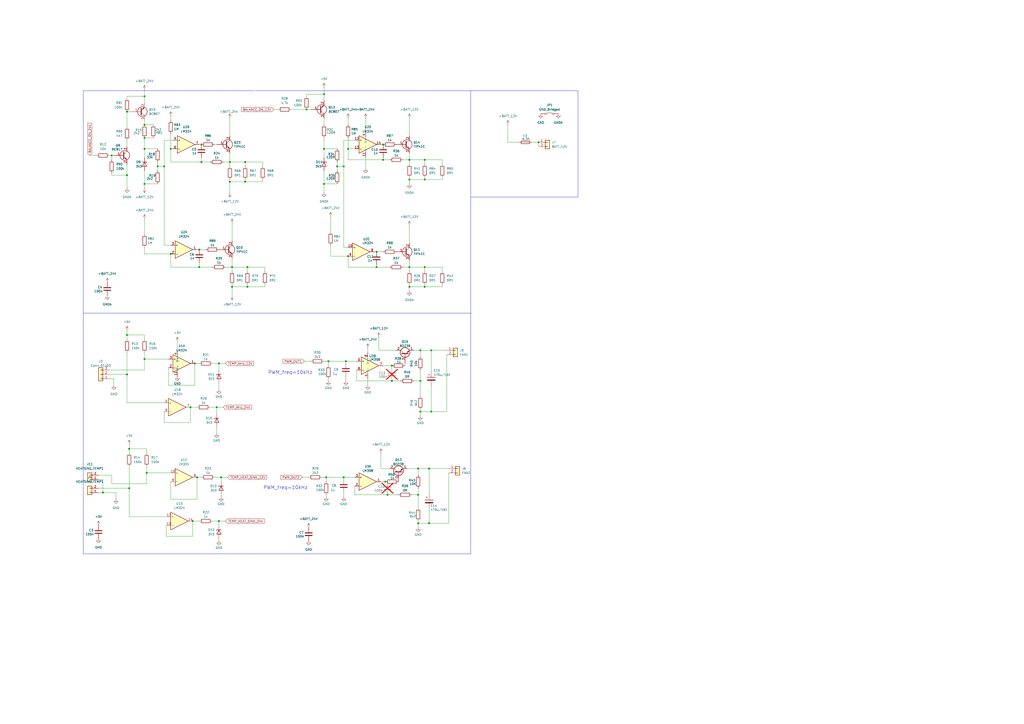
<source format=kicad_sch>
(kicad_sch (version 20231120) (generator "eeschema") (generator_version "8.0")
  (paper "A2")
  (junction (at 133.35 93.98))
  (junction (at 73.66 101.6))
  (junction (at 222.25 83.82))
  (junction (at 200.66 209.55))
  (junction (at 127 210.82))
  (junction (at 142.24 105.41))
  (junction (at 115.57 154.94))
  (junction (at 187.96 54.61))
  (junction (at 127 302.26))
  (junction (at 246.38 104.14))
  (junction (at 83.82 72.39))
  (junction (at 73.66 194.31))
  (junction (at 187.96 106.68))
  (junction (at 114.3 276.86))
  (junction (at 83.82 55.88))
  (junction (at 177.8 63.5))
  (junction (at 243.84 238.76))
  (junction (at 199.39 276.86))
  (junction (at 134.62 154.94))
  (junction (at 243.84 203.2))
  (junction (at 201.93 148.59))
  (junction (at 248.92 271.78))
  (junction (at 99.06 147.32))
  (junction (at 134.62 166.37))
  (junction (at 250.19 203.2))
  (junction (at 195.58 96.52))
  (junction (at 242.57 271.78))
  (junction (at 116.84 83.82))
  (junction (at 227.33 212.09))
  (junction (at 95.25 96.52))
  (junction (at 242.57 287.02))
  (junction (at 128.27 276.86))
  (junction (at 237.49 154.94))
  (junction (at 248.92 303.53))
  (junction (at 243.84 220.98))
  (junction (at 199.39 96.52))
  (junction (at 73.66 64.77))
  (junction (at 246.38 166.37))
  (junction (at 312.42 82.55))
  (junction (at 237.49 166.37))
  (junction (at 113.03 210.82))
  (junction (at 99.06 86.36))
  (junction (at 64.77 90.17))
  (junction (at 242.57 303.53))
  (junction (at 190.5 209.55))
  (junction (at 74.93 283.21))
  (junction (at 110.49 236.22))
  (junction (at 116.84 93.98))
  (junction (at 115.57 144.78))
  (junction (at 218.44 146.05))
  (junction (at 250.19 238.76))
  (junction (at 246.38 92.71))
  (junction (at 85.09 274.32))
  (junction (at 201.93 86.36))
  (junction (at 133.35 105.41))
  (junction (at 187.96 86.36))
  (junction (at 111.76 302.26))
  (junction (at 83.82 106.68))
  (junction (at 91.44 96.52))
  (junction (at 223.52 279.4))
  (junction (at 74.93 260.35))
  (junction (at 83.82 80.01))
  (junction (at 189.23 276.86))
  (junction (at 246.38 154.94))
  (junction (at 59.69 285.75))
  (junction (at 142.24 93.98))
  (junction (at 237.49 104.14))
  (junction (at 227.33 220.98))
  (junction (at 73.66 217.17))
  (junction (at 83.82 208.28))
  (junction (at 143.51 166.37))
  (junction (at 222.25 92.71))
  (junction (at 218.44 154.94))
  (junction (at 83.82 86.36))
  (junction (at 224.79 287.02))
  (junction (at 125.73 236.22))
  (junction (at 143.51 154.94))
  (junction (at 237.49 92.71))
  (wire (pts (xy 187.96 106.68) (xy 195.58 106.68)))
  (wire (pts (xy 85.09 262.89) (xy 85.09 260.35)))
  (wire (pts (xy 240.03 203.2) (xy 243.84 203.2)))
  (wire (pts (xy 243.84 238.76) (xy 243.84 237.49)))
  (wire (pts (xy 96.52 304.8) (xy 96.52 311.15)))
  (wire (pts (xy 260.35 274.32) (xy 260.35 303.53)))
  (wire (pts (xy 83.82 80.01) (xy 83.82 86.36)))
  (wire (pts (xy 73.66 233.68) (xy 95.25 233.68)))
  (wire (pts (xy 64.77 101.6) (xy 73.66 101.6)))
  (wire (pts (xy 59.69 278.13) (xy 59.69 285.75)))
  (wire (pts (xy 99.06 86.36) (xy 99.06 77.47)))
  (wire (pts (xy 308.61 82.55) (xy 312.42 82.55)))
  (wire (pts (xy 187.96 80.01) (xy 187.96 86.36)))
  (wire (pts (xy 237.49 130.81) (xy 237.49 140.97)))
  (wire (pts (xy 177.8 63.5) (xy 180.34 63.5)))
  (wire (pts (xy 220.98 271.78) (xy 226.06 271.78)))
  (wire (pts (xy 116.84 91.44) (xy 116.84 93.98)))
  (wire (pts (xy 142.24 93.98) (xy 152.4 93.98)))
  (wire (pts (xy 115.57 154.94) (xy 123.19 154.94)))
  (wire (pts (xy 246.38 95.25) (xy 246.38 92.71)))
  (wire (pts (xy 152.4 105.41) (xy 142.24 105.41)))
  (wire (pts (xy 133.35 93.98) (xy 133.35 96.52)))
  (wire (pts (xy 83.82 196.85) (xy 83.82 194.31)))
  (wire (pts (xy 127 226.06) (xy 127 222.25)))
  (wire (pts (xy 237.49 166.37) (xy 237.49 168.91)))
  (wire (pts (xy 223.52 279.4) (xy 224.79 279.4)))
  (wire (pts (xy 91.44 96.52) (xy 95.25 96.52)))
  (wire (pts (xy 99.06 93.98) (xy 116.84 93.98)))
  (wire (pts (xy 218.44 154.94) (xy 226.06 154.94)))
  (wire (pts (xy 220.98 262.89) (xy 220.98 271.78)))
  (wire (pts (xy 201.93 154.94) (xy 218.44 154.94)))
  (wire (pts (xy 57.15 283.21) (xy 74.93 283.21)))
  (wire (pts (xy 161.29 63.5) (xy 158.75 63.5)))
  (wire (pts (xy 57.15 278.13) (xy 59.69 278.13)))
  (wire (pts (xy 110.49 236.22) (xy 114.3 236.22)))
  (wire (pts (xy 143.51 166.37) (xy 143.51 165.1)))
  (wire (pts (xy 134.62 149.86) (xy 134.62 154.94)))
  (wire (pts (xy 187.96 86.36) (xy 195.58 86.36)))
  (wire (pts (xy 238.76 287.02) (xy 242.57 287.02)))
  (wire (pts (xy 250.19 203.2) (xy 259.08 203.2)))
  (wire (pts (xy 74.93 257.81) (xy 74.93 260.35)))
  (wire (pts (xy 73.66 191.77) (xy 73.66 194.31)))
  (wire (pts (xy 83.82 106.68) (xy 83.82 109.22)))
  (wire (pts (xy 83.82 86.36) (xy 83.82 91.44)))
  (wire (pts (xy 99.06 279.4) (xy 99.06 289.56)))
  (wire (pts (xy 66.04 219.71) (xy 66.04 223.52)))
  (wire (pts (xy 128.27 288.29) (xy 128.27 287.02)))
  (polyline (pts (xy 48.26 52.705) (xy 48.26 181.61)))
  (wire (pts (xy 96.52 311.15) (xy 111.76 311.15)))
  (polyline (pts (xy 48.26 321.31) (xy 48.26 181.61)))
  (wire (pts (xy 243.84 220.98) (xy 243.84 229.87)))
  (polyline (pts (xy 147.32 321.31) (xy 48.26 321.31)))
  (wire (pts (xy 59.69 285.75) (xy 67.31 285.75)))
  (wire (pts (xy 187.96 99.06) (xy 187.96 106.68)))
  (wire (pts (xy 234.95 212.09) (xy 234.95 210.82)))
  (wire (pts (xy 91.44 96.52) (xy 91.44 99.06)))
  (wire (pts (xy 130.81 302.26) (xy 127 302.26)))
  (wire (pts (xy 199.39 143.51) (xy 201.93 143.51)))
  (wire (pts (xy 130.81 154.94) (xy 134.62 154.94)))
  (wire (pts (xy 242.57 306.07) (xy 242.57 303.53)))
  (wire (pts (xy 99.06 147.32) (xy 99.06 154.94)))
  (wire (pts (xy 240.03 220.98) (xy 243.84 220.98)))
  (wire (pts (xy 99.06 274.32) (xy 85.09 274.32)))
  (wire (pts (xy 111.76 302.26) (xy 115.57 302.26)))
  (wire (pts (xy 153.67 165.1) (xy 153.67 166.37)))
  (wire (pts (xy 256.54 165.1) (xy 256.54 166.37)))
  (wire (pts (xy 237.49 102.87) (xy 237.49 104.14)))
  (wire (pts (xy 205.74 287.02) (xy 205.74 281.94)))
  (wire (pts (xy 213.36 201.93) (xy 213.36 204.47)))
  (wire (pts (xy 237.49 68.58) (xy 237.49 78.74)))
  (wire (pts (xy 134.62 165.1) (xy 134.62 166.37)))
  (wire (pts (xy 218.44 146.05) (xy 222.25 146.05)))
  (wire (pts (xy 243.84 203.2) (xy 243.84 207.01)))
  (wire (pts (xy 189.23 276.86) (xy 189.23 279.4)))
  (wire (pts (xy 237.49 104.14) (xy 246.38 104.14)))
  (wire (pts (xy 133.35 88.9) (xy 133.35 93.98)))
  (wire (pts (xy 187.96 86.36) (xy 187.96 91.44)))
  (wire (pts (xy 116.84 93.98) (xy 121.92 93.98)))
  (wire (pts (xy 190.5 209.55) (xy 200.66 209.55)))
  (wire (pts (xy 115.57 144.78) (xy 119.38 144.78)))
  (wire (pts (xy 246.38 166.37) (xy 246.38 165.1)))
  (wire (pts (xy 99.06 86.36) (xy 99.06 93.98)))
  (wire (pts (xy 199.39 81.28) (xy 205.74 81.28)))
  (wire (pts (xy 83.82 52.07) (xy 83.82 55.88)))
  (wire (pts (xy 199.39 276.86) (xy 205.74 276.86)))
  (wire (pts (xy 91.44 93.98) (xy 91.44 96.52)))
  (wire (pts (xy 246.38 154.94) (xy 256.54 154.94)))
  (wire (pts (xy 85.09 274.32) (xy 85.09 270.51)))
  (wire (pts (xy 95.25 81.28) (xy 100.33 81.28)))
  (wire (pts (xy 74.93 283.21) (xy 74.93 299.72)))
  (wire (pts (xy 187.96 50.8) (xy 187.96 54.61)))
  (wire (pts (xy 213.36 219.71) (xy 213.36 223.52)))
  (wire (pts (xy 64.77 275.59) (xy 64.77 280.67)))
  (wire (pts (xy 199.39 96.52) (xy 199.39 81.28)))
  (wire (pts (xy 207.01 220.98) (xy 207.01 214.63)))
  (polyline (pts (xy 335.28 114.3) (xy 335.28 52.832)))
  (wire (pts (xy 59.69 285.75) (xy 57.15 285.75)))
  (wire (pts (xy 256.54 92.71) (xy 256.54 95.25)))
  (wire (pts (xy 195.58 93.98) (xy 195.58 96.52)))
  (wire (pts (xy 195.58 96.52) (xy 199.39 96.52)))
  (wire (pts (xy 200.66 218.44) (xy 200.66 220.98)))
  (wire (pts (xy 83.82 194.31) (xy 73.66 194.31)))
  (wire (pts (xy 64.77 100.33) (xy 64.77 101.6)))
  (wire (pts (xy 83.82 127) (xy 83.82 135.89)))
  (wire (pts (xy 250.19 238.76) (xy 250.19 223.52)))
  (wire (pts (xy 73.66 95.25) (xy 73.66 101.6)))
  (wire (pts (xy 97.79 213.36) (xy 97.79 223.52)))
  (wire (pts (xy 63.5 219.71) (xy 66.04 219.71)))
  (wire (pts (xy 123.19 210.82) (xy 127 210.82)))
  (wire (pts (xy 74.93 299.72) (xy 96.52 299.72)))
  (wire (pts (xy 133.35 105.41) (xy 142.24 105.41)))
  (wire (pts (xy 152.4 93.98) (xy 152.4 96.52)))
  (wire (pts (xy 237.49 92.71) (xy 237.49 95.25)))
  (wire (pts (xy 242.57 303.53) (xy 242.57 302.26)))
  (wire (pts (xy 124.46 276.86) (xy 128.27 276.86)))
  (wire (pts (xy 127 313.69) (xy 127 312.42)))
  (wire (pts (xy 125.73 236.22) (xy 125.73 240.03)))
  (wire (pts (xy 83.82 208.28) (xy 83.82 204.47)))
  (wire (pts (xy 187.96 209.55) (xy 190.5 209.55)))
  (wire (pts (xy 57.15 275.59) (xy 64.77 275.59)))
  (wire (pts (xy 248.92 271.78) (xy 260.35 271.78)))
  (wire (pts (xy 115.57 83.82) (xy 116.84 83.82)))
  (wire (pts (xy 52.07 90.17) (xy 55.88 90.17)))
  (polyline (pts (xy 273.05 114.3) (xy 335.28 114.3)))
  (wire (pts (xy 227.33 220.98) (xy 232.41 220.98)))
  (wire (pts (xy 242.57 271.78) (xy 242.57 275.59)))
  (wire (pts (xy 95.25 238.76) (xy 95.25 245.11)))
  (polyline (pts (xy 48.26 181.61) (xy 52.07 181.61)))
  (wire (pts (xy 186.69 276.86) (xy 189.23 276.86)))
  (wire (pts (xy 64.77 90.17) (xy 64.77 92.71)))
  (wire (pts (xy 121.92 236.22) (xy 125.73 236.22)))
  (wire (pts (xy 233.68 92.71) (xy 237.49 92.71)))
  (wire (pts (xy 74.93 260.35) (xy 74.93 262.89)))
  (wire (pts (xy 64.77 90.17) (xy 66.04 90.17)))
  (wire (pts (xy 73.66 101.6) (xy 73.66 109.22)))
  (wire (pts (xy 242.57 303.53) (xy 248.92 303.53)))
  (wire (pts (xy 73.66 64.77) (xy 76.2 64.77)))
  (wire (pts (xy 199.39 285.75) (xy 199.39 288.29)))
  (wire (pts (xy 220.98 83.82) (xy 222.25 83.82)))
  (wire (pts (xy 73.66 217.17) (xy 73.66 233.68)))
  (wire (pts (xy 143.51 154.94) (xy 153.67 154.94)))
  (wire (pts (xy 73.66 73.66) (xy 73.66 64.77)))
  (wire (pts (xy 115.57 152.4) (xy 115.57 154.94)))
  (wire (pts (xy 102.87 198.12) (xy 102.87 203.2)))
  (wire (pts (xy 199.39 276.86) (xy 199.39 278.13)))
  (wire (pts (xy 237.49 104.14) (xy 237.49 106.68)))
  (wire (pts (xy 217.17 146.05) (xy 218.44 146.05)))
  (wire (pts (xy 250.19 238.76) (xy 259.08 238.76)))
  (wire (pts (xy 74.93 270.51) (xy 74.93 283.21)))
  (wire (pts (xy 201.93 148.59) (xy 201.93 154.94)))
  (wire (pts (xy 73.66 194.31) (xy 73.66 196.85)))
  (wire (pts (xy 134.62 166.37) (xy 134.62 171.45)))
  (wire (pts (xy 85.09 260.35) (xy 74.93 260.35)))
  (wire (pts (xy 191.77 142.24) (xy 191.77 148.59)))
  (wire (pts (xy 200.66 209.55) (xy 200.66 210.82)))
  (wire (pts (xy 191.77 125.73) (xy 191.77 134.62)))
  (wire (pts (xy 243.84 203.2) (xy 250.19 203.2)))
  (wire (pts (xy 128.27 276.86) (xy 128.27 279.4)))
  (wire (pts (xy 142.24 93.98) (xy 133.35 93.98)))
  (wire (pts (xy 201.93 86.36) (xy 201.93 80.01)))
  (wire (pts (xy 243.84 238.76) (xy 250.19 238.76)))
  (wire (pts (xy 294.64 72.39) (xy 294.64 82.55)))
  (wire (pts (xy 83.82 80.01) (xy 88.9 80.01)))
  (wire (pts (xy 243.84 241.3) (xy 243.84 238.76)))
  (wire (pts (xy 187.96 68.58) (xy 187.96 72.39)))
  (wire (pts (xy 242.57 283.21) (xy 242.57 287.02)))
  (wire (pts (xy 134.62 154.94) (xy 134.62 157.48)))
  (wire (pts (xy 153.67 154.94) (xy 153.67 157.48)))
  (wire (pts (xy 95.25 245.11) (xy 110.49 245.11)))
  (wire (pts (xy 73.66 81.28) (xy 73.66 85.09)))
  (wire (pts (xy 111.76 311.15) (xy 111.76 302.26)))
  (wire (pts (xy 256.54 104.14) (xy 246.38 104.14)))
  (wire (pts (xy 132.08 276.86) (xy 128.27 276.86)))
  (wire (pts (xy 114.3 144.78) (xy 115.57 144.78)))
  (polyline (pts (xy 273.05 52.578) (xy 335.28 52.578)))
  (wire (pts (xy 95.25 96.52) (xy 95.25 142.24)))
  (wire (pts (xy 127 302.26) (xy 127 304.8)))
  (wire (pts (xy 199.39 96.52) (xy 199.39 143.51)))
  (wire (pts (xy 200.66 209.55) (xy 207.01 209.55)))
  (wire (pts (xy 237.49 88.9) (xy 237.49 92.71)))
  (wire (pts (xy 220.98 279.4) (xy 223.52 279.4)))
  (polyline (pts (xy 273.05 181.61) (xy 273.05 321.31)))
  (wire (pts (xy 246.38 92.71) (xy 256.54 92.71)))
  (wire (pts (xy 176.53 209.55) (xy 180.34 209.55)))
  (wire (pts (xy 187.96 54.61) (xy 187.96 58.42)))
  (wire (pts (xy 222.25 91.44) (xy 222.25 92.71)))
  (wire (pts (xy 242.57 287.02) (xy 242.57 294.64)))
  (polyline (pts (xy 147.955 52.705) (xy 273.05 52.705)))
  (wire (pts (xy 85.09 280.67) (xy 85.09 274.32)))
  (wire (pts (xy 64.77 280.67) (xy 85.09 280.67)))
  (wire (pts (xy 130.81 210.82) (xy 127 210.82)))
  (wire (pts (xy 201.93 86.36) (xy 201.93 92.71)))
  (wire (pts (xy 246.38 157.48) (xy 246.38 154.94)))
  (wire (pts (xy 189.23 287.02) (xy 189.23 288.29)))
  (wire (pts (xy 212.09 91.44) (xy 212.09 97.79)))
  (wire (pts (xy 189.23 276.86) (xy 199.39 276.86)))
  (wire (pts (xy 237.49 165.1) (xy 237.49 166.37)))
  (wire (pts (xy 246.38 154.94) (xy 237.49 154.94)))
  (wire (pts (xy 123.19 302.26) (xy 127 302.26)))
  (wire (pts (xy 67.31 285.75) (xy 67.31 289.56)))
  (polyline (pts (xy 52.07 181.61) (xy 147.32 181.61)))
  (wire (pts (xy 229.87 203.2) (xy 219.71 203.2)))
  (wire (pts (xy 83.82 55.88) (xy 73.66 55.88)))
  (wire (pts (xy 83.82 55.88) (xy 83.82 59.69)))
  (wire (pts (xy 248.92 303.53) (xy 248.92 294.64)))
  (wire (pts (xy 224.79 287.02) (xy 231.14 287.02)))
  (wire (pts (xy 201.93 68.58) (xy 201.93 72.39)))
  (wire (pts (xy 190.5 209.55) (xy 190.5 212.09)))
  (wire (pts (xy 99.06 67.31) (xy 99.06 69.85)))
  (wire (pts (xy 177.8 54.61) (xy 177.8 55.88)))
  (wire (pts (xy 88.9 72.39) (xy 83.82 72.39)))
  (wire (pts (xy 124.46 83.82) (xy 125.73 83.82)))
  (wire (pts (xy 133.35 104.14) (xy 133.35 105.41)))
  (wire (pts (xy 256.54 154.94) (xy 256.54 157.48)))
  (wire (pts (xy 99.06 86.36) (xy 100.33 86.36)))
  (wire (pts (xy 222.25 92.71) (xy 226.06 92.71)))
  (wire (pts (xy 153.67 166.37) (xy 143.51 166.37)))
  (wire (pts (xy 127 210.82) (xy 127 214.63)))
  (wire (pts (xy 168.91 63.5) (xy 177.8 63.5)))
  (wire (pts (xy 237.49 154.94) (xy 237.49 157.48)))
  (wire (pts (xy 73.66 55.88) (xy 73.66 57.15)))
  (wire (pts (xy 237.49 151.13) (xy 237.49 154.94)))
  (wire (pts (xy 83.82 86.36) (xy 91.44 86.36)))
  (wire (pts (xy 99.06 147.32) (xy 83.82 147.32)))
  (wire (pts (xy 95.25 96.52) (xy 95.25 81.28)))
  (wire (pts (xy 233.68 154.94) (xy 237.49 154.94)))
  (wire (pts (xy 224.79 287.02) (xy 205.74 287.02)))
  (wire (pts (xy 63.5 217.17) (xy 73.66 217.17)))
  (wire (pts (xy 95.25 142.24) (xy 99.06 142.24)))
  (polyline (pts (xy 273.05 321.31) (xy 147.32 321.31)))
  (wire (pts (xy 187.96 54.61) (xy 177.8 54.61)))
  (wire (pts (xy 294.64 82.55) (xy 300.99 82.55)))
  (wire (pts (xy 143.51 157.48) (xy 143.51 154.94)))
  (wire (pts (xy 97.79 208.28) (xy 83.82 208.28)))
  (wire (pts (xy 175.26 276.86) (xy 179.07 276.86)))
  (wire (pts (xy 113.03 210.82) (xy 115.57 210.82)))
  (wire (pts (xy 237.49 166.37) (xy 246.38 166.37)))
  (wire (pts (xy 113.03 223.52) (xy 113.03 210.82)))
  (wire (pts (xy 125.73 251.46) (xy 125.73 247.65)))
  (wire (pts (xy 246.38 92.71) (xy 237.49 92.71)))
  (wire (pts (xy 114.3 276.86) (xy 116.84 276.86)))
  (wire (pts (xy 97.79 223.52) (xy 113.03 223.52)))
  (wire (pts (xy 134.62 166.37) (xy 143.51 166.37)))
  (polyline (pts (xy 147.32 52.705) (xy 48.26 52.705)))
  (wire (pts (xy 227.33 220.98) (xy 207.01 220.98)))
  (wire (pts (xy 250.19 203.2) (xy 250.19 215.9)))
  (wire (pts (xy 129.54 93.98) (xy 133.35 93.98)))
  (wire (pts (xy 143.51 154.94) (xy 134.62 154.94)))
  (wire (pts (xy 83.82 99.06) (xy 83.82 106.68)))
  (wire (pts (xy 256.54 166.37) (xy 246.38 166.37)))
  (wire (pts (xy 63.5 214.63) (xy 83.82 214.63)))
  (wire (pts (xy 242.57 271.78) (xy 248.92 271.78)))
  (wire (pts (xy 236.22 271.78) (xy 242.57 271.78)))
  (wire (pts (xy 83.82 214.63) (xy 83.82 208.28)))
  (wire (pts (xy 243.84 214.63) (xy 243.84 220.98)))
  (wire (pts (xy 256.54 102.87) (xy 256.54 104.14)))
  (wire (pts (xy 195.58 96.52) (xy 195.58 99.06)))
  (wire (pts (xy 187.96 106.68) (xy 187.96 111.76)))
  (wire (pts (xy 134.62 129.54) (xy 134.62 139.7)))
  (wire (pts (xy 114.3 289.56) (xy 114.3 276.86)))
  (wire (pts (xy 142.24 96.52) (xy 142.24 93.98)))
  (wire (pts (xy 246.38 104.14) (xy 246.38 102.87)))
  (wire (pts (xy 83.82 69.85) (xy 83.82 72.39)))
  (wire (pts (xy 248.92 271.78) (xy 248.92 287.02)))
  (wire (pts (xy 83.82 147.32) (xy 83.82 143.51)))
  (wire (pts (xy 152.4 104.14) (xy 152.4 105.41)))
  (wire (pts (xy 201.93 148.59) (xy 191.77 148.59)))
  (wire (pts (xy 260.35 303.53) (xy 248.92 303.53)))
  (wire (pts (xy 227.33 212.09) (xy 227.33 213.36)))
  (wire (pts (xy 133.35 105.41) (xy 133.35 111.76)))
  (wire (pts (xy 99.06 154.94) (xy 115.57 154.94)))
  (polyline (pts (xy 147.32 181.61) (xy 273.05 181.61)))
  (wire (pts (xy 201.93 92.71) (xy 222.25 92.71)))
  (wire (pts (xy 219.71 203.2) (xy 219.71 195.58)))
  (wire (pts (xy 222.25 212.09) (xy 227.33 212.09)))
  (wire (pts (xy 142.24 105.41) (xy 142.24 104.14)))
  (wire (pts (xy 212.09 68.58) (xy 212.09 76.2)))
  (wire (pts (xy 201.93 86.36) (xy 205.74 86.36)))
  (wire (pts (xy 129.54 236.22) (xy 125.73 236.22)))
  (wire (pts (xy 99.06 289.56) (xy 114.3 289.56)))
  (polyline (pts (xy 273.05 52.705) (xy 273.05 182.245)))
  (wire (pts (xy 63.5 90.17) (xy 64.77 90.17)))
  (wire (pts (xy 259.08 238.76) (xy 259.08 205.74)))
  (wire (pts (xy 110.49 245.11) (xy 110.49 236.22)))
  (wire (pts (xy 133.35 68.58) (xy 133.35 78.74)))
  (wire (pts (xy 83.82 106.68) (xy 91.44 106.68)))
  (wire (pts (xy 218.44 153.67) (xy 218.44 154.94)))
  (wire (pts (xy 190.5 219.71) (xy 190.5 220.98)))
  (wire (pts (xy 312.42 82.55) (xy 312.42 85.09)))
  (wire (pts (xy 73.66 204.47) (xy 73.66 217.17)))
  (text "PWM_freq=10kHz" (at 168.402 216.154 0) (effects (font (size 2 2))))
  (text "PWM_freq=10kHz" (at 165.608 282.956 0) (effects (font (size 2 2))))
  (global_label "TEMP_AKU_24V" (shape input) (at 129.54 236.22 0) (property "Intersheetrefs" "${INTERSHEET_REFS}" (effects (hide yes))))
  (global_label "PWM_OUT1" (shape input) (at 176.53 209.55 180) (property "Intersheetrefs" "${INTERSHEET_REFS}" (effects (hide yes))))
  (global_label "TEMP_HEAT_SINK_24V" (shape input) (at 130.81 302.26 0) (property "Intersheetrefs" "${INTERSHEET_REFS}" (effects (hide yes))))
  (global_label "TEMP_HEAT_SINK_12V" (shape input) (at 132.08 276.86 0) (property "Intersheetrefs" "${INTERSHEET_REFS}" (effects (hide yes))))
  (global_label "BALANCE_ON_12V" (shape input) (at 158.75 63.5 180) (property "Intersheetrefs" "${INTERSHEET_REFS}" (effects (hide yes))))
  (global_label "PWM_OUT2" (shape input) (at 175.26 276.86 180) (property "Intersheetrefs" "${INTERSHEET_REFS}" (effects (hide yes))))
  (global_label "BALANCE_ON_24V" (shape input) (at 52.07 90.17 90) (property "Intersheetrefs" "${INTERSHEET_REFS}" (effects (hide yes))))
  (global_label "TEMP_AKU_12V" (shape input) (at 130.81 210.82 0) (property "Intersheetrefs" "${INTERSHEET_REFS}" (effects (hide yes))))
  (symbol (lib_id "power:GND") (at 128.27 288.29 0) (unit 1)
    (property "Reference" "#PWR023" (effects (hide yes)))
    (property "Value" "GND" (at 128.27 292.354 0))
    (property "Description" "Power symbol creates a global label with name \"GND\" , ground" (effects (hide yes)))
  )
  (symbol (lib_id "Device:R") (at 119.38 210.82 90) (unit 1)
    (property "Reference" "R21" (at 119.38 205.74 90))
    (property "Value" "1k" (at 119.38 208.28 90))
    (property "Footprint" "Resistor_SMD:R_0805_2012Metric_Pad1.20x1.40mm_HandSolder" (effects (hide yes)))
    (property "Description" "Resistor" (effects (hide yes)))
  )
  (symbol (lib_id "Device:R") (at 59.69 90.17 270) (unit 1)
    (property "Reference" "R12" (at 59.69 83.82 90))
    (property "Value" "10k" (at 59.69 86.36 90))
    (property "Footprint" "Resistor_SMD:R_0805_2012Metric_Pad1.20x1.40mm_HandSolder" (effects (hide yes)))
    (property "Description" "Resistor" (effects (hide yes)))
  )
  (symbol (lib_id "Device:R") (at 99.06 73.66 180) (unit 1)
    (property "Reference" "R83" (at 100.838 72.4478 0) (effects (justify right)))
    (property "Value" "1M" (at 100.838 74.8721 0) (effects (justify right)))
    (property "Footprint" "Resistor_SMD:R_0805_2012Metric_Pad1.20x1.40mm_HandSolder" (effects (hide yes)))
    (property "Description" "Resistor" (effects (hide yes)))
  )
  (symbol (lib_id "power:+5V") (at 102.87 198.12 0) (unit 1)
    (property "Reference" "#PWR018" (effects (hide yes)))
    (property "Value" "+5V" (at 102.87 193.04 0))
    (property "Description" "Power symbol creates a global label with name \"+5V\"" (effects (hide yes)))
  )
  (symbol (lib_id "Connector_Generic:Conn_01x02") (at 317.5 82.55 0) (unit 1)
    (property "Reference" "J7" (at 320.04 82.5499 0) (effects (justify left)))
    (property "Value" "BATT_12V" (at 320.04 85.0899 0) (effects (justify left)))
    (property "Footprint" "My-Footprints-connectors:Flat-6,3mm-connector-2P" (effects (hide yes)))
    (property "Description" "Generic connector, single row, 01x02, script generated (kicad-library-utils/schlib/autogen/connector/)" (effects (hide yes)))
  )
  (symbol (lib_id "Device:R") (at 242.57 279.4 180) (unit 1)
    (property "Reference" "R43" (at 239.014 278.638 0))
    (property "Value" "10K" (at 239.522 280.67 0))
    (property "Footprint" "Resistor_SMD:R_0805_2012Metric_Pad1.20x1.40mm_HandSolder" (effects (hide yes)))
    (property "Description" "Resistor" (effects (hide yes)))
  )
  (symbol (lib_id "Device:C") (at 62.23 167.64 0) (unit 1)
    (property "Reference" "C4" (at 56.642 166.624 0) (effects (justify left)))
    (property "Value" "100n" (at 54.61 168.91 0) (effects (justify left)))
    (property "Footprint" "Capacitor_SMD:C_0805_2012Metric_Pad1.18x1.45mm_HandSolder" (effects (hide yes)))
    (property "Description" "Unpolarized capacitor" (effects (hide yes)))
  )
  (symbol (lib_id "power:GNDA") (at 237.49 106.68 0) (unit 1)
    (property "Reference" "#PWR044" (effects (hide yes)))
    (property "Value" "GNDA" (at 237.49 111.76 0))
    (property "Description" "Power symbol creates a global label with name \"GNDA\" , analog ground" (effects (hide yes)))
  )
  (symbol (lib_id "power:+5V") (at 57.15 304.8 0) (unit 1)
    (property "Reference" "#PWR07" (effects (hide yes)))
    (property "Value" "+5V" (at 57.15 299.72 0))
    (property "Description" "Power symbol creates a global label with name \"+5V\"" (effects (hide yes)))
  )
  (symbol (lib_id "power:GND") (at 243.84 241.3 0) (unit 1)
    (property "Reference" "#PWR048" (effects (hide yes)))
    (property "Value" "GND" (at 243.84 245.364 0))
    (property "Description" "Power symbol creates a global label with name \"GND\" , ground" (effects (hide yes)))
  )
  (symbol (lib_id "Device:R") (at 237.49 161.29 0) (unit 1)
    (property "Reference" "R26" (at 240.03 160.0199 0) (effects (justify left)))
    (property "Value" "0R1" (at 240.03 162.5599 0) (effects (justify left)))
    (property "Footprint" "Resistor_SMD:R_2512_6332Metric_Pad1.40x3.35mm_HandSolder" (effects (hide yes)))
    (property "Description" "Resistor" (effects (hide yes)))
  )
  (symbol (lib_id "Amplifier_Operational:LM324") (at 106.68 144.78 0) (unit 1)
    (property "Reference" "U2" (at 106.68 134.62 0))
    (property "Value" "LM324" (at 106.68 137.16 0))
    (property "Footprint" "Package_SO:SOIC-14_3.9x8.7mm_P1.27mm" (effects (hide yes)))
    (property "Datasheet" "http://www.ti.com/lit/ds/symlink/lm2902-n.pdf" (effects (hide yes)))
    (property "Description" "Low-Power, Quad-Operational Amplifiers, DIP-14/SOIC-14/SSOP-14" (effects (hide yes)))
  )
  (symbol (lib_id "Amplifier_Operational:LM324") (at 102.87 236.22 0) (unit 2)
    (property "Reference" "U1" (at 102.87 226.06 0))
    (property "Value" "LM324" (at 102.87 228.6 0))
    (property "Footprint" "Package_SO:SOIC-14_3.9x8.7mm_P1.27mm" (effects (hide yes)))
    (property "Datasheet" "http://www.ti.com/lit/ds/symlink/lm2902-n.pdf" (effects (hide yes)))
    (property "Description" "Low-Power, Quad-Operational Amplifiers, DIP-14/SOIC-14/SSOP-14" (effects (hide yes)))
  )
  (symbol (lib_id "Device:R") (at 201.93 76.2 180) (unit 1)
    (property "Reference" "R85" (at 203.708 74.9878 0) (effects (justify right)))
    (property "Value" "1M" (at 203.708 77.4121 0) (effects (justify right)))
    (property "Footprint" "Resistor_SMD:R_0805_2012Metric_Pad1.20x1.40mm_HandSolder" (effects (hide yes)))
    (property "Description" "Resistor" (effects (hide yes)))
  )
  (symbol (lib_id "power:+5V") (at 187.96 50.8 0) (unit 1)
    (property "Reference" "#PWR031" (effects (hide yes)))
    (property "Value" "+5V" (at 187.96 45.72 0))
    (property "Description" "Power symbol creates a global label with name \"+5V\"" (effects (hide yes)))
  )
  (symbol (lib_id "Device:R") (at 91.44 90.17 180) (unit 1)
    (property "Reference" "R18" (at 86.106 89.408 0) (effects (justify right)))
    (property "Value" "33k" (at 85.09 91.186 0) (effects (justify right)))
    (property "Footprint" "Resistor_SMD:R_0805_2012Metric_Pad1.20x1.40mm_HandSolder" (effects (hide yes)))
    (property "Description" "Resistor" (effects (hide yes)))
  )
  (symbol (lib_id "Device:R") (at 125.73 93.98 90) (unit 1)
    (property "Reference" "R24" (at 125.73 88.9 90))
    (property "Value" "1k" (at 125.73 91.44 90))
    (property "Footprint" "Resistor_SMD:R_0805_2012Metric_Pad1.20x1.40mm_HandSolder" (effects (hide yes)))
    (property "Description" "Resistor" (effects (hide yes)))
  )
  (symbol (lib_id "power:+BATT") (at 237.49 68.58 0) (unit 1)
    (property "Reference" "#PWR043" (effects (hide yes)))
    (property "Value" "+BATT_12V" (at 237.49 63.5 0))
    (property "Description" "Power symbol creates a global label with name \"+BATT\"" (effects (hide yes)))
  )
  (symbol (lib_id "Device:R") (at 123.19 144.78 90) (unit 1)
    (property "Reference" "R89" (at 123.19 139.7 90))
    (property "Value" "1k" (at 123.19 142.24 90))
    (property "Footprint" "Resistor_SMD:R_0805_2012Metric_Pad1.20x1.40mm_HandSolder" (effects (hide yes)))
    (property "Description" "Resistor" (effects (hide yes)))
  )
  (symbol (lib_id "power:GND") (at 179.07 313.69 0) (unit 1)
    (property "Reference" "#PWR030" (effects (hide yes)))
    (property "Value" "GND" (at 179.07 318.77 0))
    (property "Description" "Power symbol creates a global label with name \"GND\" , ground" (effects (hide yes)))
  )
  (symbol (lib_id "power:GNDA") (at 237.49 168.91 0) (unit 1)
    (property "Reference" "#PWR027" (effects (hide yes)))
    (property "Value" "GNDA" (at 237.49 173.99 0))
    (property "Description" "Power symbol creates a global label with name \"GNDA\" , analog ground" (effects (hide yes)))
  )
  (symbol (lib_id "Device:R") (at 74.93 266.7 0) (unit 1)
    (property "Reference" "R14" (at 77.47 265.4299 0) (effects (justify left)))
    (property "Value" "150k" (at 77.47 267.9699 0) (effects (justify left)))
    (property "Footprint" "Resistor_SMD:R_0805_2012Metric_Pad1.20x1.40mm_HandSolder" (effects (hide yes)))
    (property "Description" "Resistor" (effects (hide yes)))
  )
  (symbol (lib_id "Device:R") (at 226.06 83.82 90) (unit 1)
    (property "Reference" "R87" (at 226.06 78.74 90))
    (property "Value" "1k" (at 226.06 81.28 90))
    (property "Footprint" "Resistor_SMD:R_0805_2012Metric_Pad1.20x1.40mm_HandSolder" (effects (hide yes)))
    (property "Description" "Resistor" (effects (hide yes)))
  )
  (symbol (lib_id "Device:C") (at 116.84 87.63 0) (unit 1)
    (property "Reference" "C5" (at 111.252 86.614 0) (effects (justify left)))
    (property "Value" "1n" (at 111.506 88.9 0) (effects (justify left)))
    (property "Footprint" "Capacitor_SMD:C_0805_2012Metric_Pad1.18x1.45mm_HandSolder" (effects (hide yes)))
    (property "Description" "Unpolarized capacitor" (effects (hide yes)))
  )
  (symbol (lib_id "power:GND") (at 125.73 251.46 0) (unit 1)
    (property "Reference" "#PWR020" (effects (hide yes)))
    (property "Value" "GND" (at 125.73 255.524 0))
    (property "Description" "Power symbol creates a global label with name \"GND\" , ground" (effects (hide yes)))
  )
  (symbol (lib_id "Device:C") (at 200.66 214.63 0) (unit 1)
    (property "Reference" "C9" (at 193.548 214.376 0) (effects (justify left)))
    (property "Value" "1u" (at 193.04 216.916 0) (effects (justify left)))
    (property "Footprint" "Capacitor_SMD:C_0805_2012Metric_Pad1.18x1.45mm_HandSolder" (effects (hide yes)))
    (property "Description" "Unpolarized capacitor" (effects (hide yes)))
  )
  (symbol (lib_id "Device:R") (at 85.09 266.7 0) (unit 1)
    (property "Reference" "R17" (at 87.63 265.4299 0) (effects (justify left)))
    (property "Value" "150k" (at 87.63 267.9699 0) (effects (justify left)))
    (property "Footprint" "Resistor_SMD:R_0805_2012Metric_Pad1.20x1.40mm_HandSolder" (effects (hide yes)))
    (property "Description" "Resistor" (effects (hide yes)))
  )
  (symbol (lib_id "power:+5V") (at 74.93 257.81 0) (unit 1)
    (property "Reference" "#PWR015" (effects (hide yes)))
    (property "Value" "+5V" (at 74.93 252.73 0))
    (property "Description" "Power symbol creates a global label with name \"+5V\"" (effects (hide yes)))
  )
  (symbol (lib_id "power:+BATT") (at 294.64 72.39 0) (unit 1)
    (property "Reference" "#PWR049" (effects (hide yes)))
    (property "Value" "+BATT_12V" (at 294.64 67.31 0))
    (property "Description" "Power symbol creates a global label with name \"+BATT\"" (effects (hide yes)))
  )
  (symbol (lib_id "Device:R") (at 229.87 92.71 90) (unit 1)
    (property "Reference" "R36" (at 229.87 87.63 90))
    (property "Value" "1k" (at 229.87 90.17 90))
    (property "Footprint" "Resistor_SMD:R_0805_2012Metric_Pad1.20x1.40mm_HandSolder" (effects (hide yes)))
    (property "Description" "Resistor" (effects (hide yes)))
  )
  (symbol (lib_id "power:+BATT") (at 219.71 195.58 0) (unit 1)
    (property "Reference" "#PWR041" (effects (hide yes)))
    (property "Value" "+BATT_12V" (at 219.71 190.5 0))
    (property "Description" "Power symbol creates a global label with name \"+BATT\"" (effects (hide yes)))
  )
  (symbol (lib_id "power:+BATT") (at 213.36 201.93 0) (unit 1)
    (property "Reference" "#PWR039" (effects (hide yes)))
    (property "Value" "+BATT_24V" (at 213.36 196.85 0))
    (property "Description" "Power symbol creates a global label with name \"+BATT\"" (effects (hide yes)))
  )
  (symbol (lib_id "Device:R") (at 227.33 279.4 270) (unit 1)
    (property "Reference" "R50" (at 227.076 275.336 90))
    (property "Value" "1k" (at 227.584 277.368 90))
    (property "Footprint" "Resistor_SMD:R_0805_2012Metric_Pad1.20x1.40mm_HandSolder" (effects (hide yes)))
    (property "Description" "Resistor" (effects (hide yes)))
  )
  (symbol (lib_id "power:+BATT") (at 133.35 111.76 180) (unit 1)
    (property "Reference" "#PWR025" (effects (hide yes)))
    (property "Value" "+BATT_12V" (at 133.35 116.84 0))
    (property "Description" "Power symbol creates a global label with name \"+BATT\"" (effects (hide yes)))
  )
  (symbol (lib_id "Device:R") (at 83.82 139.7 180) (unit 1)
    (property "Reference" "R82" (at 85.598 138.4878 0) (effects (justify right)))
    (property "Value" "1M" (at 85.598 140.9121 0) (effects (justify right)))
    (property "Footprint" "Resistor_SMD:R_0805_2012Metric_Pad1.20x1.40mm_HandSolder" (effects (hide yes)))
    (property "Description" "Resistor" (effects (hide yes)))
  )
  (symbol (lib_id "power:GND") (at 242.57 306.07 0) (unit 1)
    (property "Reference" "#PWR047" (effects (hide yes)))
    (property "Value" "GND" (at 242.57 310.134 0))
    (property "Description" "Power symbol creates a global label with name \"GND\" , ground" (effects (hide yes)))
  )
  (symbol (lib_id "Transistor_BJT:TIP41C") (at 234.95 83.82 0) (unit 1)
    (property "Reference" "Q14" (at 239.8014 82.6078 0) (effects (justify left)))
    (property "Value" "TIP41C" (at 239.8014 85.0321 0) (effects (justify left)))
    (property "Footprint" "My-Footprints:TO-220-3_V_Thick_Pads" (effects (hide yes)))
    (property "Datasheet" "https://www.centralsemi.com/get_document.php?cmp=1&mergetype=pd&mergepath=pd&pdf_id=tip41.PDF" (effects (hide yes)))
    (property "Description" "6A Ic, 100V Vce, Power NPN Transistor, TO-220" (effects (hide yes)))
  )
  (symbol (lib_id "power:+BATT") (at 191.77 125.73 0) (unit 1)
    (property "Reference" "#PWR092" (effects (hide yes)))
    (property "Value" "+BATT_24V" (at 191.77 120.65 0))
    (property "Description" "Power symbol creates a global label with name \"+BATT\"" (effects (hide yes)))
  )
  (symbol (lib_id "Device:R") (at 231.14 212.09 270) (unit 1)
    (property "Reference" "R38" (at 230.886 208.026 90))
    (property "Value" "1k" (at 231.394 210.058 90))
    (property "Footprint" "Resistor_SMD:R_0805_2012Metric_Pad1.20x1.40mm_HandSolder" (effects (hide yes)))
    (property "Description" "Resistor" (effects (hide yes)))
  )
  (symbol (lib_id "Device:C_Polarized") (at 248.92 290.83 0) (unit 1)
    (property "Reference" "C14" (at 249.682 293.37 0) (effects (justify left)))
    (property "Value" "470u/16V" (at 249.682 295.656 0) (effects (justify left)))
    (property "Footprint" "Capacitor_THT:CP_Radial_D8.0mm_P2.50mm" (effects (hide yes)))
    (property "Description" "Polarized capacitor" (effects (hide yes)))
  )
  (symbol (lib_id "Device:D_Zener") (at 127 218.44 90) (mirror x) (unit 1)
    (property "Reference" "D11" (at 124.46 217.1699 90) (effects (justify left)))
    (property "Value" "3V3" (at 124.46 219.7099 90) (effects (justify left)))
    (property "Footprint" "Diode_SMD:D_MiniMELF" (effects (hide yes)))
    (property "Description" "Zener diode" (effects (hide yes)))
  )
  (symbol (lib_id "Device:R") (at 236.22 220.98 90) (unit 1)
    (property "Reference" "R40" (at 236.22 215.9 90))
    (property "Value" "0R" (at 236.22 218.44 90))
    (property "Footprint" "Resistor_SMD:R_0805_2012Metric_Pad1.20x1.40mm_HandSolder" (effects (hide yes)))
    (property "Description" "Resistor" (effects (hide yes)))
  )
  (symbol (lib_id "Amplifier_Operational:LM324") (at 105.41 210.82 0) (unit 5)
    (property "Reference" "U1" (effects (hide yes)))
    (property "Value" "LM324" (effects (hide yes)))
    (property "Footprint" "Package_SO:SOIC-14_3.9x8.7mm_P1.27mm" (effects (hide yes)))
    (property "Datasheet" "http://www.ti.com/lit/ds/symlink/lm2902-n.pdf" (effects (hide yes)))
    (property "Description" "Low-Power, Quad-Operational Amplifiers, DIP-14/SOIC-14/SSOP-14" (effects (hide yes)))
  )
  (symbol (lib_id "Device:R") (at 88.9 76.2 0) (unit 1)
    (property "Reference" "R81" (at 94.234 76.962 0) (effects (justify right)))
    (property "Value" "2k2" (at 93.726 75.184 0) (effects (justify right)))
    (property "Footprint" "Resistor_SMD:R_0805_2012Metric_Pad1.20x1.40mm_HandSolder" (effects (hide yes)))
    (property "Description" "Resistor" (effects (hide yes)))
  )
  (symbol (lib_id "Device:Fuse") (at 304.8 82.55 90) (unit 1)
    (property "Reference" "F3" (at 304.546 78.74 90))
    (property "Value" "6,3A" (at 305.054 80.518 90))
    (property "Footprint" "My-Footprints:Fuseholder_Clip-5x20mm_Eaton_1A5601-01_Inline_P20.80x6.76mm_D1.70mm_Horizontal" (effects (hide yes)))
    (property "Description" "Fuse" (effects (hide yes)))
  )
  (symbol (lib_id "power:GND") (at 57.15 312.42 0) (unit 1)
    (property "Reference" "#PWR08" (effects (hide yes)))
    (property "Value" "GND" (at 57.15 317.5 0))
    (property "Description" "Power symbol creates a global label with name \"GND\" , ground" (effects (hide yes)))
  )
  (symbol (lib_id "power:GND") (at 213.36 223.52 0) (unit 1)
    (property "Reference" "#PWR040" (effects (hide yes)))
    (property "Value" "GND" (at 213.36 227.584 0))
    (property "Description" "Power symbol creates a global label with name \"GND\" , ground" (effects (hide yes)))
  )
  (symbol (lib_id "power:GND") (at 313.69 66.04 0) (unit 1)
    (property "Reference" "#PWR051" (effects (hide yes)))
    (property "Value" "GND" (at 313.69 71.12 0))
    (property "Description" "Power symbol creates a global label with name \"GND\" , ground" (effects (hide yes)))
  )
  (symbol (lib_id "power:GND") (at 102.87 218.44 0) (unit 1)
    (property "Reference" "#PWR019" (effects (hide yes)))
    (property "Value" "GND" (at 102.87 222.504 0))
    (property "Description" "Power symbol creates a global label with name \"GND\" , ground" (effects (hide yes)))
  )
  (symbol (lib_id "Transistor_BJT:BD238") (at 231.14 274.32 90) (unit 1)
    (property "Reference" "Q13" (at 231.14 266.7 90))
    (property "Value" "BD238" (at 231.14 269.24 90))
    (property "Footprint" "My-Footprints:TO-220-3_Vertical-little-bigger pads" (effects (hide yes)))
    (property "Datasheet" "http://www.electronica-pt.com/datasheets/bd/BD234.pdf" (effects (hide yes)))
    (property "Description" "2A Ic, 80V Vce, Low Voltage Transistor, TO-126" (effects (hide yes)))
  )
  (symbol (lib_id "Device:R") (at 152.4 100.33 0) (unit 1)
    (property "Reference" "R68" (at 154.94 99.0599 0) (effects (justify left)))
    (property "Value" "0R1" (at 154.94 101.5999 0) (effects (justify left)))
    (property "Footprint" "Resistor_THT:R_Axial_DIN0617_L17.0mm_D6.0mm_P7.62mm_Vertical" (effects (hide yes)))
    (property "Description" "Resistor" (effects (hide yes)))
  )
  (symbol (lib_id "Device:R") (at 73.66 200.66 0) (unit 1)
    (property "Reference" "R13" (at 76.2 199.3899 0) (effects (justify left)))
    (property "Value" "150k" (at 76.2 201.9299 0) (effects (justify left)))
    (property "Footprint" "Resistor_SMD:R_0805_2012Metric_Pad1.20x1.40mm_HandSolder" (effects (hide yes)))
    (property "Description" "Resistor" (effects (hide yes)))
  )
  (symbol (lib_id "Device:D_Zener") (at 187.96 95.25 270) (unit 1)
    (property "Reference" "D14" (at 183.134 93.98 90) (effects (justify left)))
    (property "Value" "3V3" (at 182.88 96.52 90) (effects (justify left)))
    (property "Footprint" "Diode_SMD:D_MiniMELF" (effects (hide yes)))
    (property "Description" "Zener diode" (effects (hide yes)))
  )
  (symbol (lib_id "power:GND") (at 200.66 220.98 0) (unit 1)
    (property "Reference" "#PWR036" (effects (hide yes)))
    (property "Value" "GND" (at 200.66 225.044 0))
    (property "Description" "Power symbol creates a global label with name \"GND\" , ground" (effects (hide yes)))
  )
  (symbol (lib_id "power:+BATT") (at 201.93 68.58 0) (unit 1)
    (property "Reference" "#PWR093" (effects (hide yes)))
    (property "Value" "+BATT_24V" (at 201.93 63.5 0))
    (property "Description" "Power symbol creates a global label with name \"+BATT\"" (effects (hide yes)))
  )
  (symbol (lib_id "Device:R") (at 177.8 59.69 0) (mirror y) (unit 1)
    (property "Reference" "R93" (at 175.26 58.4199 0) (effects (justify left)))
    (property "Value" "100k" (at 175.26 60.9599 0) (effects (justify left)))
    (property "Footprint" "Resistor_SMD:R_0805_2012Metric_Pad1.20x1.40mm_HandSolder" (effects (hide yes)))
    (property "Description" "Resistor" (effects (hide yes)))
  )
  (symbol (lib_id "power:+BATT") (at 220.98 262.89 0) (unit 1)
    (property "Reference" "#PWR042" (effects (hide yes)))
    (property "Value" "+BATT_12V" (at 220.98 257.81 0))
    (property "Description" "Power symbol creates a global label with name \"+BATT\"" (effects (hide yes)))
  )
  (symbol (lib_id "Device:R") (at 165.1 63.5 270) (unit 1)
    (property "Reference" "R28" (at 165.1 57.15 90))
    (property "Value" "4,7k" (at 165.1 59.69 90))
    (property "Footprint" "Resistor_SMD:R_0805_2012Metric_Pad1.20x1.40mm_HandSolder" (effects (hide yes)))
    (property "Description" "Resistor" (effects (hide yes)))
  )
  (symbol (lib_id "Device:R") (at 191.77 138.43 180) (unit 1)
    (property "Reference" "R84" (at 193.548 137.2178 0) (effects (justify right)))
    (property "Value" "1M" (at 193.548 139.6421 0) (effects (justify right)))
    (property "Footprint" "Resistor_SMD:R_0805_2012Metric_Pad1.20x1.40mm_HandSolder" (effects (hide yes)))
    (property "Description" "Resistor" (effects (hide yes)))
  )
  (symbol (lib_id "Device:R") (at 64.77 96.52 0) (unit 1)
    (property "Reference" "R92" (at 67.31 95.2499 0) (effects (justify left)))
    (property "Value" "100k" (at 67.31 97.7899 0) (effects (justify left)))
    (property "Footprint" "Resistor_SMD:R_0805_2012Metric_Pad1.20x1.40mm_HandSolder" (effects (hide yes)))
    (property "Description" "Resistor" (effects (hide yes)))
  )
  (symbol (lib_id "Device:R") (at 226.06 146.05 90) (unit 1)
    (property "Reference" "R88" (at 226.06 140.97 90))
    (property "Value" "1k" (at 226.06 143.51 90))
    (property "Footprint" "Resistor_SMD:R_0805_2012Metric_Pad1.20x1.40mm_HandSolder" (effects (hide yes)))
    (property "Description" "Resistor" (effects (hide yes)))
  )
  (symbol (lib_id "Device:R") (at 229.87 154.94 90) (unit 1)
    (property "Reference" "R37" (at 229.87 149.86 90))
    (property "Value" "1k" (at 229.87 152.4 90))
    (property "Footprint" "Resistor_SMD:R_0805_2012Metric_Pad1.20x1.40mm_HandSolder" (effects (hide yes)))
    (property "Description" "Resistor" (effects (hide yes)))
  )
  (symbol (lib_id "Amplifier_Operational:LM358") (at 213.36 279.4 0) (unit 1)
    (property "Reference" "U3" (at 213.36 270.51 0))
    (property "Value" "LM358" (at 213.36 273.05 0))
    (property "Footprint" "Package_SO:SO-8_3.9x4.9mm_P1.27mm" (effects (hide yes)))
    (property "Datasheet" "http://www.ti.com/lit/ds/symlink/lm2904-n.pdf" (effects (hide yes)))
    (property "Description" "Low-Power, Dual Operational Amplifiers, DIP-8/SOIC-8/TO-99-8" (effects (hide yes)))
  )
  (symbol (lib_id "Device:D_Zener") (at 125.73 243.84 90) (mirror x) (unit 1)
    (property "Reference" "D10" (at 123.19 242.5699 90) (effects (justify left)))
    (property "Value" "3V3" (at 123.19 245.1099 90) (effects (justify left)))
    (property "Footprint" "Diode_SMD:D_MiniMELF" (effects (hide yes)))
    (property "Description" "Zener diode" (effects (hide yes)))
  )
  (symbol (lib_id "Connector_Generic:Conn_01x02") (at 264.16 203.2 0) (unit 1)
    (property "Reference" "J5" (at 266.7 203.1999 0) (effects (justify left)))
    (property "Value" "FAN1" (at 266.7 205.7399 0) (effects (justify left)))
    (property "Footprint" "Connector_JST:JST_EH_B2B-EH-A_1x02_P2.50mm_Vertical" (effects (hide yes)))
    (property "Description" "Generic connector, single row, 01x02, script generated (kicad-library-utils/schlib/autogen/connector/)" (effects (hide yes)))
  )
  (symbol (lib_id "Device:C") (at 179.07 309.88 0) (unit 1)
    (property "Reference" "C7" (at 173.482 308.864 0) (effects (justify left)))
    (property "Value" "100n" (at 171.45 311.15 0) (effects (justify left)))
    (property "Footprint" "Capacitor_SMD:C_0805_2012Metric_Pad1.18x1.45mm_HandSolder" (effects (hide yes)))
    (property "Description" "Unpolarized capacitor" (effects (hide yes)))
  )
  (symbol (lib_id "power:GND") (at 127 226.06 0) (unit 1)
    (property "Reference" "#PWR021" (effects (hide yes)))
    (property "Value" "GND" (at 127 230.124 0))
    (property "Description" "Power symbol creates a global label with name \"GND\" , ground" (effects (hide yes)))
  )
  (symbol (lib_id "Connector_Generic:Conn_01x02") (at 265.43 271.78 0) (unit 1)
    (property "Reference" "J6" (at 267.97 271.7799 0) (effects (justify left)))
    (property "Value" "FAN2" (at 267.97 274.3199 0) (effects (justify left)))
    (property "Footprint" "Connector_JST:JST_EH_B2B-EH-A_1x02_P2.50mm_Vertical" (effects (hide yes)))
    (property "Description" "Generic connector, single row, 01x02, script generated (kicad-library-utils/schlib/autogen/connector/)" (effects (hide yes)))
  )
  (symbol (lib_id "Device:R") (at 142.24 100.33 0) (unit 1)
    (property "Reference" "R67" (at 144.78 99.0599 0) (effects (justify left)))
    (property "Value" "0R1" (at 144.78 101.5999 0) (effects (justify left)))
    (property "Footprint" "Resistor_SMD:R_2512_6332Metric_Pad1.40x3.35mm_HandSolder" (effects (hide yes)))
    (property "Description" "Resistor" (effects (hide yes)))
  )
  (symbol (lib_id "Connector_Generic:Conn_01x02") (at 52.07 278.13 180) (unit 1)
    (property "Reference" "J11" (at 52.07 269.24 0))
    (property "Value" "HEATSING_TEMP1" (at 52.07 271.78 0))
    (property "Footprint" "Connector_JST:JST_EH_B2B-EH-A_1x02_P2.50mm_Vertical" (effects (hide yes)))
    (property "Description" "Generic connector, single row, 01x02, script generated (kicad-library-utils/schlib/autogen/connector/)" (effects (hide yes)))
  )
  (symbol (lib_id "Device:R") (at 119.38 302.26 90) (unit 1)
    (property "Reference" "R22" (at 119.38 297.18 90))
    (property "Value" "1k" (at 119.38 299.72 90))
    (property "Footprint" "Resistor_SMD:R_0805_2012Metric_Pad1.20x1.40mm_HandSolder" (effects (hide yes)))
    (property "Description" "Resistor" (effects (hide yes)))
  )
  (symbol (lib_id "power:GNDA") (at 323.85 66.04 0) (unit 1)
    (property "Reference" "#PWR052" (effects (hide yes)))
    (property "Value" "GNDA" (at 323.85 71.12 0))
    (property "Description" "Power symbol creates a global label with name \"GNDA\" , analog ground" (effects (hide yes)))
  )
  (symbol (lib_id "Device:R") (at 184.15 209.55 90) (unit 1)
    (property "Reference" "R30" (at 184.15 204.47 90))
    (property "Value" "2k2" (at 184.15 207.01 90))
    (property "Footprint" "Resistor_SMD:R_0805_2012Metric_Pad1.20x1.40mm_HandSolder" (effects (hide yes)))
    (property "Description" "Resistor" (effects (hide yes)))
  )
  (symbol (lib_id "Amplifier_Operational:LM358") (at 214.63 212.09 0) (unit 2)
    (property "Reference" "U3" (at 216.154 206.502 0))
    (property "Value" "LM358" (at 217.424 208.534 0))
    (property "Footprint" "Package_SO:SO-8_3.9x4.9mm_P1.27mm" (effects (hide yes)))
    (property "Datasheet" "http://www.ti.com/lit/ds/symlink/lm2904-n.pdf" (effects (hide yes)))
    (property "Description" "Low-Power, Dual Operational Amplifiers, DIP-8/SOIC-8/TO-99-8" (effects (hide yes)))
  )
  (symbol (lib_id "Amplifier_Operational:LM324") (at 214.63 83.82 0) (unit 5)
    (property "Reference" "U2" (effects (hide yes)))
    (property "Value" "LM324" (effects (hide yes)))
    (property "Footprint" "Package_SO:SOIC-14_3.9x8.7mm_P1.27mm" (effects (hide yes)))
    (property "Datasheet" "http://www.ti.com/lit/ds/symlink/lm2902-n.pdf" (effects (hide yes)))
    (property "Description" "Low-Power, Quad-Operational Amplifiers, DIP-14/SOIC-14/SSOP-14" (effects (hide yes)))
  )
  (symbol (lib_id "Device:C") (at 218.44 149.86 0) (unit 1)
    (property "Reference" "C11" (at 212.852 148.844 0) (effects (justify left)))
    (property "Value" "1n" (at 213.36 151.13 0) (effects (justify left)))
    (property "Footprint" "Capacitor_SMD:C_0805_2012Metric_Pad1.18x1.45mm_HandSolder" (effects (hide yes)))
    (property "Description" "Unpolarized capacitor" (effects (hide yes)))
  )
  (symbol (lib_id "Amplifier_Operational:LM324") (at 104.14 302.26 0) (unit 4)
    (property "Reference" "U1" (at 104.14 292.1 0))
    (property "Value" "LM324" (at 104.14 294.64 0))
    (property "Footprint" "Package_SO:SOIC-14_3.9x8.7mm_P1.27mm" (effects (hide yes)))
    (property "Datasheet" "http://www.ti.com/lit/ds/symlink/lm2902-n.pdf" (effects (hide yes)))
    (property "Description" "Low-Power, Quad-Operational Amplifiers, DIP-14/SOIC-14/SSOP-14" (effects (hide yes)))
  )
  (symbol (lib_id "power:+BATT") (at 133.35 68.58 0) (unit 1)
    (property "Reference" "#PWR024" (effects (hide yes)))
    (property "Value" "+BATT_24V" (at 132.842 64.77 0))
    (property "Description" "Power symbol creates a global label with name \"+BATT\"" (effects (hide yes)))
  )
  (symbol (lib_id "Device:R") (at 133.35 100.33 0) (unit 1)
    (property "Reference" "R66" (at 135.89 99.0599 0) (effects (justify left)))
    (property "Value" "0R1" (at 135.89 101.5999 0) (effects (justify left)))
    (property "Footprint" "Resistor_SMD:R_2512_6332Metric_Pad1.40x3.35mm_HandSolder" (effects (hide yes)))
    (property "Description" "Resistor" (effects (hide yes)))
  )
  (symbol (lib_id "power:+5V") (at 73.66 191.77 0) (unit 1)
    (property "Reference" "#PWR014" (effects (hide yes)))
    (property "Value" "+5V" (at 73.66 186.69 0))
    (property "Description" "Power symbol creates a global label with name \"+5V\"" (effects (hide yes)))
  )
  (symbol (lib_id "Amplifier_Operational:LM324") (at 213.36 83.82 0) (unit 4)
    (property "Reference" "U2" (at 213.36 73.66 0))
    (property "Value" "LM324" (at 213.36 76.2 0))
    (property "Footprint" "Package_SO:SOIC-14_3.9x8.7mm_P1.27mm" (effects (hide yes)))
    (property "Datasheet" "http://www.ti.com/lit/ds/symlink/lm2902-n.pdf" (effects (hide yes)))
    (property "Description" "Low-Power, Quad-Operational Amplifiers, DIP-14/SOIC-14/SSOP-14" (effects (hide yes)))
  )
  (symbol (lib_id "power:+BATT") (at 179.07 306.07 0) (unit 1)
    (property "Reference" "#PWR029" (effects (hide yes)))
    (property "Value" "+BATT_24V" (at 179.07 300.99 0))
    (property "Description" "Power symbol creates a global label with name \"+BATT\"" (effects (hide yes)))
  )
  (symbol (lib_id "Device:R") (at 120.65 83.82 90) (unit 1)
    (property "Reference" "R86" (at 120.65 78.74 90))
    (property "Value" "1k" (at 120.65 81.28 90))
    (property "Footprint" "Resistor_SMD:R_0805_2012Metric_Pad1.20x1.40mm_HandSolder" (effects (hide yes)))
    (property "Description" "Resistor" (effects (hide yes)))
  )
  (symbol (lib_id "Device:R") (at 195.58 102.87 180) (unit 1)
    (property "Reference" "R35" (at 190.5 101.854 0) (effects (justify right)))
    (property "Value" "120R" (at 189.23 103.632 0) (effects (justify right)))
    (property "Footprint" "Resistor_SMD:R_0805_2012Metric_Pad1.20x1.40mm_HandSolder" (effects (hide yes)))
    (property "Description" "Resistor" (effects (hide yes)))
  )
  (symbol (lib_id "power:+BATT") (at 134.62 171.45 180) (unit 1)
    (property "Reference" "#PWR046" (effects (hide yes)))
    (property "Value" "+BATT_12V" (at 134.62 176.53 0))
    (property "Description" "Power symbol creates a global label with name \"+BATT\"" (effects (hide yes)))
  )
  (symbol (lib_id "Device:R") (at 91.44 102.87 180) (unit 1)
    (property "Reference" "R19" (at 86.36 101.854 0) (effects (justify right)))
    (property "Value" "2k2" (at 85.09 103.632 0) (effects (justify right)))
    (property "Footprint" "Resistor_SMD:R_0805_2012Metric_Pad1.20x1.40mm_HandSolder" (effects (hide yes)))
    (property "Description" "Resistor" (effects (hide yes)))
  )
  (symbol (lib_id "Device:C") (at 199.39 281.94 0) (unit 1)
    (property "Reference" "C8" (at 192.278 281.686 0) (effects (justify left)))
    (property "Value" "1u" (at 191.77 284.226 0) (effects (justify left)))
    (property "Footprint" "Capacitor_SMD:C_0805_2012Metric_Pad1.18x1.45mm_HandSolder" (effects (hide yes)))
    (property "Description" "Unpolarized capacitor" (effects (hide yes)))
  )
  (symbol (lib_id "Device:C") (at 57.15 308.61 0) (unit 1)
    (property "Reference" "C3" (at 51.562 307.594 0) (effects (justify left)))
    (property "Value" "100n" (at 49.53 309.88 0) (effects (justify left)))
    (property "Footprint" "Capacitor_SMD:C_0805_2012Metric_Pad1.18x1.45mm_HandSolder" (effects (hide yes)))
    (property "Description" "Unpolarized capacitor" (effects (hide yes)))
  )
  (symbol (lib_id "Device:R") (at 243.84 233.68 180) (unit 1)
    (property "Reference" "R46" (at 238.76 233.68 90))
    (property "Value" "6k2" (at 241.3 233.68 90))
    (property "Footprint" "Resistor_SMD:R_0805_2012Metric_Pad1.20x1.40mm_HandSolder" (effects (hide yes)))
    (property "Description" "Resistor" (effects (hide yes)))
  )
  (symbol (lib_id "Device:R") (at 134.62 161.29 0) (unit 1)
    (property "Reference" "R69" (at 137.16 160.0199 0) (effects (justify left)))
    (property "Value" "0R1" (at 137.16 162.5599 0) (effects (justify left)))
    (property "Footprint" "Resistor_SMD:R_2512_6332Metric_Pad1.40x3.35mm_HandSolder" (effects (hide yes)))
    (property "Description" "Resistor" (effects (hide yes)))
  )
  (symbol (lib_id "Device:C") (at 222.25 87.63 0) (unit 1)
    (property "Reference" "C10" (at 215.392 86.868 0) (effects (justify left)))
    (property "Value" "1n" (at 216.662 88.9 0) (effects (justify left)))
    (property "Footprint" "Capacitor_SMD:C_0805_2012Metric_Pad1.18x1.45mm_HandSolder" (effects (hide yes)))
    (property "Description" "Unpolarized capacitor" (effects (hide yes)))
  )
  (symbol (lib_id "Device:R") (at 243.84 210.82 180) (unit 1)
    (property "Reference" "R45" (at 238.76 210.82 90))
    (property "Value" "10k" (at 241.3 210.82 90))
    (property "Footprint" "Resistor_SMD:R_0805_2012Metric_Pad1.20x1.40mm_HandSolder" (effects (hide yes)))
    (property "Description" "Resistor" (effects (hide yes)))
  )
  (symbol (lib_id "power:+BATT") (at 237.49 130.81 0) (unit 1)
    (property "Reference" "#PWR045" (effects (hide yes)))
    (property "Value" "+BATT_12V" (at 237.49 125.73 0))
    (property "Description" "Power symbol creates a global label with name \"+BATT\"" (effects (hide yes)))
  )
  (symbol (lib_id "power:GND") (at 127 313.69 0) (unit 1)
    (property "Reference" "#PWR022" (effects (hide yes)))
    (property "Value" "GND" (at 127 317.754 0))
    (property "Description" "Power symbol creates a global label with name \"GND\" , ground" (effects (hide yes)))
  )
  (symbol (lib_id "Amplifier_Operational:LM324") (at 209.55 146.05 0) (unit 3)
    (property "Reference" "U2" (at 212.598 138.684 0))
    (property "Value" "LM324" (at 213.36 140.97 0))
    (property "Footprint" "Package_SO:SOIC-14_3.9x8.7mm_P1.27mm" (effects (hide yes)))
    (property "Datasheet" "http://www.ti.com/lit/ds/symlink/lm2902-n.pdf" (effects (hide yes)))
    (property "Description" "Low-Power, Quad-Operational Amplifiers, DIP-14/SOIC-14/SSOP-14" (effects (hide yes)))
  )
  (symbol (lib_id "power:GNDA") (at 212.09 97.79 0) (unit 1)
    (property "Reference" "#PWR038" (effects (hide yes)))
    (property "Value" "GNDA" (at 212.09 102.87 0))
    (property "Description" "Power symbol creates a global label with name \"GNDA\" , analog ground" (effects (hide yes)))
  )
  (symbol (lib_id "Device:D_Zener") (at 128.27 283.21 90) (mirror x) (unit 1)
    (property "Reference" "D13" (at 125.73 281.9399 90) (effects (justify left)))
    (property "Value" "3V3" (at 125.73 284.4799 90) (effects (justify left)))
    (property "Footprint" "Diode_SMD:D_MiniMELF" (effects (hide yes)))
    (property "Description" "Zener diode" (effects (hide yes)))
  )
  (symbol (lib_id "Device:R") (at 246.38 161.29 0) (unit 1)
    (property "Reference" "R27" (at 248.92 160.0199 0) (effects (justify left)))
    (property "Value" "0R1" (at 248.92 162.5599 0) (effects (justify left)))
    (property "Footprint" "Resistor_SMD:R_2512_6332Metric_Pad1.40x3.35mm_HandSolder" (effects (hide yes)))
    (property "Description" "Resistor" (effects (hide yes)))
  )
  (symbol (lib_id "power:GND") (at 199.39 288.29 0) (unit 1)
    (property "Reference" "#PWR035" (effects (hide yes)))
    (property "Value" "GND" (at 199.39 292.354 0))
    (property "Description" "Power symbol creates a global label with name \"GND\" , ground" (effects (hide yes)))
  )
  (symbol (lib_id "Device:R") (at 237.49 99.06 0) (unit 1)
    (property "Reference" "R41" (at 240.03 97.7899 0) (effects (justify left)))
    (property "Value" "0R1" (at 240.03 100.3299 0) (effects (justify left)))
    (property "Footprint" "Resistor_SMD:R_2512_6332Metric_Pad1.40x3.35mm_HandSolder" (effects (hide yes)))
    (property "Description" "Resistor" (effects (hide yes)))
  )
  (symbol (lib_id "power:+BATT") (at 83.82 52.07 0) (unit 1)
    (property "Reference" "#PWR063" (effects (hide yes)))
    (property "Value" "+BATT_24V" (at 83.82 46.99 0))
    (property "Description" "Power symbol creates a global label with name \"+BATT\"" (effects (hide yes)))
  )
  (symbol (lib_id "Transistor_BJT:TIP41C") (at 130.81 83.82 0) (unit 1)
    (property "Reference" "Q23" (at 135.6614 82.6078 0) (effects (justify left)))
    (property "Value" "TIP41C" (at 135.6614 85.0321 0) (effects (justify left)))
    (property "Footprint" "My-Footprints:TO-220-3_V_Thick_Pads" (effects (hide yes)))
    (property "Datasheet" "https://www.centralsemi.com/get_document.php?cmp=1&mergetype=pd&mergepath=pd&pdf_id=tip41.PDF" (effects (hide yes)))
    (property "Description" "6A Ic, 100V Vce, Power NPN Transistor, TO-220" (effects (hide yes)))
  )
  (symbol (lib_id "Device:R") (at 195.58 90.17 180) (unit 1)
    (property "Reference" "R34" (at 190.246 89.408 0) (effects (justify right)))
    (property "Value" "120R" (at 189.23 91.186 0) (effects (justify right)))
    (property "Footprint" "Resistor_SMD:R_0805_2012Metric_Pad1.20x1.40mm_HandSolder" (effects (hide yes)))
    (property "Description" "Resistor" (effects (hide yes)))
  )
  (symbol (lib_id "power:GNDA") (at 62.23 171.45 0) (unit 1)
    (property "Reference" "#PWR059" (effects (hide yes)))
    (property "Value" "GNDA" (at 62.23 176.53 0))
    (property "Description" "Power symbol creates a global label with name \"GNDA\" , analog ground" (effects (hide yes)))
  )
  (symbol (lib_id "power:GND") (at 190.5 220.98 0) (unit 1)
    (property "Reference" "#PWR034" (effects (hide yes)))
    (property "Value" "GND" (at 190.5 225.044 0))
    (property "Description" "Power symbol creates a global label with name \"GND\" , ground" (effects (hide yes)))
  )
  (symbol (lib_id "Device:C") (at 224.79 283.21 0) (unit 1) (dnp yes)
    (property "Reference" "C12" (at 219.202 282.194 0) (effects (justify left)))
    (property "Value" "100n" (at 217.17 284.48 0) (effects (justify left)))
    (property "Footprint" "Capacitor_SMD:C_0805_2012Metric_Pad1.18x1.45mm_HandSolder" (effects (hide yes)))
    (property "Description" "Unpolarized capacitor" (effects (hide yes)))
  )
  (symbol (lib_id "power:+BATT") (at 134.62 129.54 0) (unit 1)
    (property "Reference" "#PWR026" (effects (hide yes)))
    (property "Value" "+BATT_24V" (at 134.62 124.46 0))
    (property "Description" "Power symbol creates a global label with name \"+BATT\"" (effects (hide yes)))
  )
  (symbol (lib_id "Device:R") (at 83.82 200.66 0) (unit 1)
    (property "Reference" "R16" (at 86.36 199.3899 0) (effects (justify left)))
    (property "Value" "150k" (at 86.36 201.9299 0) (effects (justify left)))
    (property "Footprint" "Resistor_SMD:R_0805_2012Metric_Pad1.20x1.40mm_HandSolder" (effects (hide yes)))
    (property "Description" "Resistor" (effects (hide yes)))
  )
  (symbol (lib_id "Device:R") (at 73.66 60.96 0) (mirror y) (unit 1)
    (property "Reference" "R91" (at 71.12 59.6899 0) (effects (justify left)))
    (property "Value" "100k" (at 71.12 62.2299 0) (effects (justify left)))
    (property "Footprint" "Resistor_SMD:R_0805_2012Metric_Pad1.20x1.40mm_HandSolder" (effects (hide yes)))
    (property "Description" "Resistor" (effects (hide yes)))
  )
  (symbol (lib_id "power:+BATT") (at 83.82 127 0) (unit 1)
    (property "Reference" "#PWR090" (effects (hide yes)))
    (property "Value" "+BATT_24V" (at 83.82 121.92 0))
    (property "Description" "Power symbol creates a global label with name \"+BATT\"" (effects (hide yes)))
  )
  (symbol (lib_id "Transistor_BJT:TIP41C") (at 132.08 144.78 0) (unit 1)
    (property "Reference" "Q10" (at 136.9314 143.5678 0) (effects (justify left)))
    (property "Value" "TIP41C" (at 136.9314 145.9921 0) (effects (justify left)))
    (property "Footprint" "My-Footprints:TO-220-3_V_Thick_Pads" (effects (hide yes)))
    (property "Datasheet" "https://www.centralsemi.com/get_document.php?cmp=1&mergetype=pd&mergepath=pd&pdf_id=tip41.PDF" (effects (hide yes)))
    (property "Description" "6A Ic, 100V Vce, Power NPN Transistor, TO-220" (effects (hide yes)))
  )
  (symbol (lib_id "Device:R") (at 234.95 287.02 90) (unit 1)
    (property "Reference" "R39" (at 234.95 281.94 90))
    (property "Value" "0R" (at 234.95 284.48 90))
    (property "Footprint" "Resistor_SMD:R_0805_2012Metric_Pad1.20x1.40mm_HandSolder" (effects (hide yes)))
    (property "Description" "Resistor" (effects (hide yes)))
  )
  (symbol (lib_id "power:GNDA") (at 187.96 111.76 0) (unit 1)
    (property "Reference" "#PWR032" (effects (hide yes)))
    (property "Value" "GNDA" (at 187.96 116.84 0))
    (property "Description" "Power symbol creates a global label with name \"GNDA\" , analog ground" (effects (hide yes)))
  )
  (symbol (lib_id "Device:R") (at 143.51 161.29 0) (unit 1)
    (property "Reference" "R70" (at 146.05 160.0199 0) (effects (justify left)))
    (property "Value" "0R1" (at 146.05 162.5599 0) (effects (justify left)))
    (property "Footprint" "Resistor_SMD:R_2512_6332Metric_Pad1.40x3.35mm_HandSolder" (effects (hide yes)))
    (property "Description" "Resistor" (effects (hide yes)))
  )
  (symbol (lib_id "Device:R") (at 246.38 99.06 0) (unit 1)
    (property "Reference" "R64" (at 248.92 97.7899 0) (effects (justify left)))
    (property "Value" "0R1" (at 248.92 100.3299 0) (effects (justify left)))
    (property "Footprint" "Resistor_SMD:R_2512_6332Metric_Pad1.40x3.35mm_HandSolder" (effects (hide yes)))
    (property "Description" "Resistor" (effects (hide yes)))
  )
  (symbol (lib_id "Device:R") (at 118.11 236.22 90) (unit 1)
    (property "Reference" "R20" (at 118.11 231.14 90))
    (property "Value" "1k" (at 118.11 233.68 90))
    (property "Footprint" "Resistor_SMD:R_0805_2012Metric_Pad1.20x1.40mm_HandSolder" (effects (hide yes)))
    (property "Description" "Resistor" (effects (hide yes)))
  )
  (symbol (lib_id "Device:D_Zener") (at 127 308.61 90) (mirror x) (unit 1)
    (property "Reference" "D12" (at 124.46 307.3399 90) (effects (justify left)))
    (property "Value" "3V3" (at 124.46 309.8799 90) (effects (justify left)))
    (property "Footprint" "Diode_SMD:D_MiniMELF" (effects (hide yes)))
    (property "Description" "Zener diode" (effects (hide yes)))
  )
  (symbol (lib_id "Transistor_BJT:BC807") (at 81.28 64.77 0) (mirror x) (unit 1)
    (property "Reference" "Q15" (at 86.36 63.4999 0) (effects (justify left)))
    (property "Value" "BC807" (at 86.36 66.0399 0) (effects (justify left)))
    (property "Footprint" "Package_TO_SOT_SMD:SOT-23" (effects (hide yes)))
    (property "Datasheet" "https://www.onsemi.com/pub/Collateral/BC808-D.pdf" (effects (hide yes)))
    (property "Description" "0.8A Ic, 45V Vce, PNP Transistor, SOT-23" (effects (hide yes)))
  )
  (symbol (lib_id "Device:R") (at 189.23 283.21 180) (unit 1)
    (property "Reference" "R32" (at 185.166 281.94 0))
    (property "Value" "100k" (at 185.674 284.226 0))
    (property "Footprint" "Resistor_SMD:R_0805_2012Metric_Pad1.20x1.40mm_HandSolder" (effects (hide yes)))
    (property "Description" "Resistor" (effects (hide yes)))
  )
  (symbol (lib_id "Device:R") (at 73.66 77.47 0) (mirror y) (unit 1)
    (property "Reference" "R90" (at 71.12 76.1999 0) (effects (justify left)))
    (property "Value" "4k7" (at 71.12 78.7399 0) (effects (justify left)))
    (property "Footprint" "Resistor_SMD:R_0805_2012Metric_Pad1.20x1.40mm_HandSolder" (effects (hide yes)))
    (property "Description" "Resistor" (effects (hide yes)))
  )
  (symbol (lib_id "Amplifier_Operational:LM324") (at 105.41 210.82 0) (unit 1)
    (property "Reference" "U1" (at 105.41 200.66 0))
    (property "Value" "LM324" (at 105.41 203.2 0))
    (property "Footprint" "Package_SO:SOIC-14_3.9x8.7mm_P1.27mm" (effects (hide yes)))
    (property "Datasheet" "http://www.ti.com/lit/ds/symlink/lm2902-n.pdf" (effects (hide yes)))
    (property "Description" "Low-Power, Quad-Operational Amplifiers, DIP-14/SOIC-14/SSOP-14" (effects (hide yes)))
  )
  (symbol (lib_id "power:GND") (at 66.04 223.52 0) (unit 1)
    (property "Reference" "#PWR011" (effects (hide yes)))
    (property "Value" "GND" (at 66.04 228.6 0))
    (property "Description" "Power symbol creates a global label with name \"GND\" , ground" (effects (hide yes)))
  )
  (symbol (lib_id "Device:D_Zener") (at 83.82 95.25 270) (unit 1)
    (property "Reference" "D9" (at 78.994 93.98 90) (effects (justify left)))
    (property "Value" "3V3" (at 78.74 96.52 90) (effects (justify left)))
    (property "Footprint" "Diode_SMD:D_MiniMELF" (effects (hide yes)))
    (property "Description" "Zener diode" (effects (hide yes)))
  )
  (symbol (lib_id "Device:R") (at 187.96 76.2 180) (unit 1)
    (property "Reference" "R31" (at 189.484 75.184 0) (effects (justify right)))
    (property "Value" "120R" (at 189.484 76.962 0) (effects (justify right)))
    (property "Footprint" "Resistor_SMD:R_0805_2012Metric_Pad1.20x1.40mm_HandSolder" (effects (hide yes)))
    (property "Description" "Resistor" (effects (hide yes)))
  )
  (symbol (lib_id "Connector_Generic:Conn_01x03") (at 58.42 217.17 180) (unit 1)
    (property "Reference" "J3" (at 58.42 209.55 0))
    (property "Value" "Conn_01x03" (at 58.42 212.09 0))
    (property "Footprint" "Connector_JST:JST_EH_B3B-EH-A_1x03_P2.50mm_Vertical" (effects (hide yes)))
    (property "Description" "Generic connector, single row, 01x03, script generated (kicad-library-utils/schlib/autogen/connector/)" (effects (hide yes)))
  )
  (symbol (lib_id "Transistor_BJT:BC807") (at 185.42 63.5 0) (mirror x) (unit 1)
    (property "Reference" "Q12" (at 190.5 62.2299 0) (effects (justify left)))
    (property "Value" "BC807" (at 190.5 64.7699 0) (effects (justify left)))
    (property "Footprint" "Package_TO_SOT_SMD:SOT-23" (effects (hide yes)))
    (property "Datasheet" "https://www.onsemi.com/pub/Collateral/BC808-D.pdf" (effects (hide yes)))
    (property "Description" "0.8A Ic, 45V Vce, PNP Transistor, SOT-23" (effects (hide yes)))
  )
  (symbol (lib_id "Device:R") (at 190.5 215.9 180) (unit 1)
    (property "Reference" "R33" (at 186.436 214.63 0))
    (property "Value" "100k" (at 186.944 216.916 0))
    (property "Footprint" "Resistor_SMD:R_0805_2012Metric_Pad1.20x1.40mm_HandSolder" (effects (hide yes)))
    (property "Description" "Resistor" (effects (hide yes)))
  )
  (symbol (lib_id "power:GNDA") (at 73.66 109.22 0) (unit 1)
    (property "Reference" "#PWR013" (effects (hide yes)))
    (property "Value" "GNDA" (at 73.66 114.3 0))
    (property "Description" "Power symbol creates a global label with name \"GNDA\" , analog ground" (effects (hide yes)))
  )
  (symbol (lib_id "Connector_Generic:Conn_01x02") (at 52.07 285.75 180) (unit 1)
    (property "Reference" "J4" (at 52.07 276.86 0))
    (property "Value" "HEATSING_TEMP1" (at 52.07 279.4 0))
    (property "Footprint" "Connector_JST:JST_EH_B2B-EH-A_1x02_P2.50mm_Vertical" (effects (hide yes)))
    (property "Description" "Generic connector, single row, 01x02, script generated (kicad-library-utils/schlib/autogen/connector/)" (effects (hide yes)))
  )
  (symbol (lib_id "Device:R") (at 256.54 161.29 0) (unit 1)
    (property "Reference" "R42" (at 259.08 160.0199 0) (effects (justify left)))
    (property "Value" "0R1" (at 259.08 162.5599 0) (effects (justify left)))
    (property "Footprint" "Resistor_THT:R_Axial_DIN0617_L17.0mm_D6.0mm_P7.62mm_Vertical" (effects (hide yes)))
    (property "Description" "Resistor" (effects (hide yes)))
  )
  (symbol (lib_id "power:+BATT") (at 83.82 109.22 180) (unit 1)
    (property "Reference" "#PWR017" (effects (hide yes)))
    (property "Value" "+BATT_12V" (at 83.82 114.3 0))
    (property "Description" "Power symbol creates a global label with name \"+BATT\"" (effects (hide yes)))
  )
  (symbol (lib_id "Amplifier_Operational:LM324") (at 106.68 276.86 0) (unit 3)
    (property "Reference" "U1" (at 106.68 266.7 0))
    (property "Value" "LM324" (at 106.68 269.24 0))
    (property "Footprint" "Package_SO:SOIC-14_3.9x8.7mm_P1.27mm" (effects (hide yes)))
    (property "Datasheet" "http://www.ti.com/lit/ds/symlink/lm2902-n.pdf" (effects (hide yes)))
    (property "Description" "Low-Power, Quad-Operational Amplifiers, DIP-14/SOIC-14/SSOP-14" (effects (hide yes)))
  )
  (symbol (lib_id "power:+BATT") (at 212.09 68.58 0) (unit 1)
    (property "Reference" "#PWR037" (effects (hide yes)))
    (property "Value" "+BATT_24V" (at 212.09 63.5 0))
    (property "Description" "Power symbol creates a global label with name \"+BATT\"" (effects (hide yes)))
  )
  (symbol (lib_id "Amplifier_Operational:LM324") (at 107.95 83.82 0) (unit 2)
    (property "Reference" "U2" (at 107.95 73.66 0))
    (property "Value" "LM324" (at 107.95 76.2 0))
    (property "Footprint" "Package_SO:SOIC-14_3.9x8.7mm_P1.27mm" (effects (hide yes)))
    (property "Datasheet" "http://www.ti.com/lit/ds/symlink/lm2902-n.pdf" (effects (hide yes)))
    (property "Description" "Low-Power, Quad-Operational Amplifiers, DIP-14/SOIC-14/SSOP-14" (effects (hide yes)))
  )
  (symbol (lib_id "power:+BATT") (at 62.23 163.83 0) (unit 1)
    (property "Reference" "#PWR09" (effects (hide yes)))
    (property "Value" "+BATT_24V" (at 62.23 158.75 0))
    (property "Description" "Power symbol creates a global label with name \"+BATT\"" (effects (hide yes)))
  )
  (symbol (lib_id "power:GND") (at 189.23 288.29 0) (unit 1)
    (property "Reference" "#PWR033" (effects (hide yes)))
    (property "Value" "GND" (at 189.23 292.354 0))
    (property "Description" "Power symbol creates a global label with name \"GND\" , ground" (effects (hide yes)))
  )
  (symbol (lib_id "power:+BATT") (at 99.06 67.31 0) (unit 1)
    (property "Reference" "#PWR091" (effects (hide yes)))
    (property "Value" "+BATT_24V" (at 99.06 62.23 0))
    (property "Description" "Power symbol creates a global label with name \"+BATT\"" (effects (hide yes)))
  )
  (symbol (lib_id "Amplifier_Operational:LM358") (at 215.9 212.09 0) (unit 3)
    (property "Reference" "U3" (effects (hide yes)))
    (property "Value" "LM358" (effects (hide yes)))
    (property "Footprint" "Package_SO:SO-8_3.9x4.9mm_P1.27mm" (effects (hide yes)))
    (property "Datasheet" "http://www.ti.com/lit/ds/symlink/lm2904-n.pdf" (effects (hide yes)))
    (property "Description" "Low-Power, Dual Operational Amplifiers, DIP-8/SOIC-8/TO-99-8" (effects (hide yes)))
  )
  (symbol (lib_id "Device:C") (at 227.33 217.17 0) (unit 1) (dnp yes)
    (property "Reference" "C13" (at 219.71 216.408 0) (effects (justify left)))
    (property "Value" "100n" (at 219.71 218.44 0) (effects (justify left)))
    (property "Footprint" "Capacitor_SMD:C_0805_2012Metric_Pad1.18x1.45mm_HandSolder" (effects (hide yes)))
    (property "Description" "Unpolarized capacitor" (effects (hide yes)))
  )
  (symbol (lib_id "Device:R") (at 256.54 99.06 0) (unit 1)
    (property "Reference" "R65" (at 259.08 97.7899 0) (effects (justify left)))
    (property "Value" "0R1" (at 259.08 100.3299 0) (effects (justify left)))
    (property "Footprint" "Resistor_THT:R_Axial_DIN0617_L17.0mm_D6.0mm_P7.62mm_Vertical" (effects (hide yes)))
    (property "Description" "Resistor" (effects (hide yes)))
  )
  (symbol (lib_id "Device:R") (at 120.65 276.86 90) (unit 1)
    (property "Reference" "R23" (at 120.65 271.78 90))
    (property "Value" "1k" (at 120.65 274.32 90))
    (property "Footprint" "Resistor_SMD:R_0805_2012Metric_Pad1.20x1.40mm_HandSolder" (effects (hide yes)))
    (property "Description" "Resistor" (effects (hide yes)))
  )
  (symbol (lib_id "Jumper:Jumper_2_Bridged") (at 318.77 66.04 0) (unit 1) (exclude_from_sim yes)
    (property "Reference" "JP1" (at 318.77 60.96 0))
    (property "Value" "GND_Bridged" (at 318.77 63.5 0))
    (property "Footprint" "Jumper:SolderJumper-2_P1.3mm_Bridged2Bar_Pad1.0x1.5mm" (effects (hide yes)))
    (property "Description" "Jumper, 2-pole, closed/bridged" (effects (hide yes)))
  )
  (symbol (lib_id "Device:R") (at 182.88 276.86 90) (unit 1)
    (property "Reference" "R29" (at 182.88 271.78 90))
    (property "Value" "2k2" (at 182.88 274.32 90))
    (property "Footprint" "Resistor_SMD:R_0805_2012Metric_Pad1.20x1.40mm_HandSolder" (effects (hide yes)))
    (property "Description" "Resistor" (effects (hide yes)))
  )
  (symbol (lib_id "Device:R") (at 83.82 76.2 180) (unit 1)
    (property "Reference" "R15" (at 78.486 75.438 0) (effects (justify right)))
    (property "Value" "2k2" (at 77.47 77.216 0) (effects (justify right)))
    (property "Footprint" "Resistor_SMD:R_0805_2012Metric_Pad1.20x1.40mm_HandSolder" (effects (hide yes)))
    (property "Description" "Resistor" (effects (hide yes)))
  )
  (symbol (lib_id "power:GND") (at 67.31 289.56 0) (unit 1)
    (property "Reference" "#PWR012" (effects (hide yes)))
    (property "Value" "GND" (at 67.31 294.64 0))
    (property "Description" "Power symbol creates a global label with name \"GND\" , ground" (effects (hide yes)))
  )
  (symbol (lib_id "Device:R") (at 242.57 298.45 180) (unit 1)
    (property "Reference" "R44" (at 239.014 297.434 0))
    (property "Value" "6k2" (at 239.522 299.466 0))
    (property "Footprint" "Resistor_SMD:R_0805_2012Metric_Pad1.20x1.40mm_HandSolder" (effects (hide yes)))
    (property "Description" "Resistor" (effects (hide yes)))
  )
  (symbol (lib_id "Transistor_BJT:BD238") (at 234.95 205.74 90) (unit 1)
    (property "Reference" "Q16" (at 234.95 198.12 90))
    (property "Value" "BD238" (at 234.95 200.66 90))
    (property "Footprint" "My-Footprints:TO-220-3_Vertical-little-bigger pads" (effects (hide yes)))
    (property "Datasheet" "http://www.electronica-pt.com/datasheets/bd/BD234.pdf" (effects (hide yes)))
    (property "Description" "2A Ic, 80V Vce, Low Voltage Transistor, TO-126" (effects (hide yes)))
  )
  (symbol (lib_id "Device:C_Polarized") (at 250.19 219.71 0) (unit 1)
    (property "Reference" "C15" (at 251.46 214.884 0) (effects (justify left)))
    (property "Value" "470u/16V" (at 251.46 217.424 0) (effects (justify left)))
    (property "Footprint" "Capacitor_THT:CP_Radial_D8.0mm_P2.50mm" (effects (hide yes)))
    (property "Description" "Polarized capacitor" (effects (hide yes)))
  )
  (symbol (lib_id "Device:R") (at 127 154.94 90) (unit 1)
    (property "Reference" "R25" (at 127 149.86 90))
    (property "Value" "1k" (at 127 152.4 90))
    (property "Footprint" "Resistor_SMD:R_0805_2012Metric_Pad1.20x1.40mm_HandSolder" (effects (hide yes)))
    (property "Description" "Resistor" (effects (hide yes)))
  )
  (symbol (lib_id "Transistor_BJT:BC817") (at 71.12 90.17 0) (unit 1)
    (property "Reference" "Q9" (at 67.056 84.328 0) (effects (justify left)))
    (property "Value" "BC817" (at 64.77 86.614 0) (effects (justify left)))
    (property "Footprint" "Package_TO_SOT_SMD:SOT-23" (effects (hide yes)))
    (property "Datasheet" "http://www.fairchildsemi.com/ds/BC/BC817.pdf" (effects (hide yes)))
  )
  (symbol (lib_id "Transistor_BJT:TIP41C") (at 234.95 146.05 0) (unit 1)
    (property "Reference" "Q11" (at 239.8014 144.8378 0) (effects (justify left)))
    (property "Value" "TIP41C" (at 239.8014 147.2621 0) (effects (justify left)))
    (property "Footprint" "My-Footprints:TO-220-3_V_Thick_Pads" (effects (hide yes)))
    (property "Datasheet" "https://www.centralsemi.com/get_document.php?cmp=1&mergetype=pd&mergepath=pd&pdf_id=tip41.PDF" (effects (hide yes)))
    (property "Description" "6A Ic, 100V Vce, Power NPN Transistor, TO-220" (effects (hide yes)))
  )
  (symbol (lib_id "Device:R") (at 153.67 161.29 0) (unit 1)
    (property "Reference" "R71" (at 156.21 160.0199 0) (effects (justify left)))
    (property "Value" "0R1" (at 156.21 162.5599 0) (effects (justify left)))
    (property "Footprint" "Resistor_THT:R_Axial_DIN0617_L17.0mm_D6.0mm_P7.62mm_Vertical" (effects (hide yes)))
    (property "Description" "Resistor" (effects (hide yes)))
  )
  (symbol (lib_id "Device:C") (at 115.57 148.59 0) (unit 1)
    (property "Reference" "C6" (at 109.982 147.574 0) (effects (justify left)))
    (property "Value" "1n" (at 110.236 149.86 0) (effects (justify left)))
    (property "Footprint" "Capacitor_SMD:C_0805_2012Metric_Pad1.18x1.45mm_HandSolder" (effects (hide yes)))
    (property "Description" "Unpolarized capacitor" (effects (hide yes)))
  )
)
</source>
